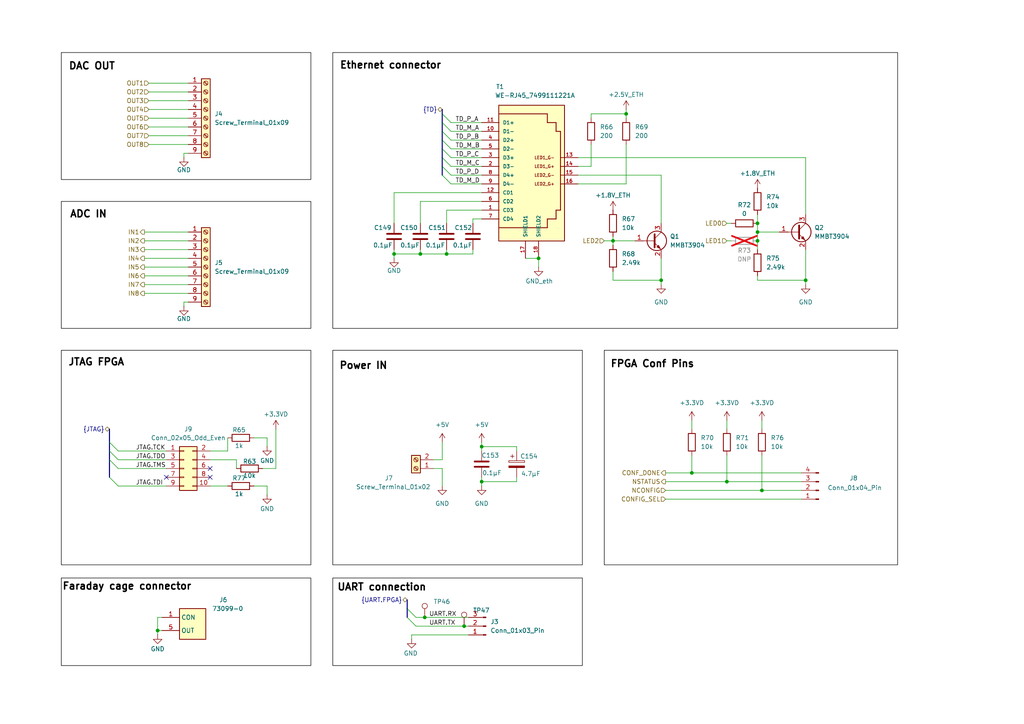
<source format=kicad_sch>
(kicad_sch (version 20250114) (generator "eeschema") (generator_version "9.0")
  (paper "A4")
  (lib_symbols
    (symbol "Connector:Conn_01x03_Pin" (pin_names (offset 1.016) (hide yes))
      (property "Reference" "J" (at 0 5.08 0))
      (property "Value" "Conn_01x03_Pin" (at 0 -5.08 0))
      (symbol "Conn_01x03_Pin_1_1"
        (rectangle (start 0.8636 2.667) (end 0 2.413) (stroke (width 0.1524)) (fill (type outline)))
        (rectangle (start 0.8636 0.127) (end 0 -0.127) (stroke (width 0.1524)) (fill (type outline)))
        (rectangle (start 0.8636 -2.413) (end 0 -2.667) (stroke (width 0.1524)) (fill (type outline)))
        (polyline (pts (xy 1.27 2.54) (xy 0.8636 2.54)) (stroke (width 0.1524)))
        (polyline (pts (xy 1.27 0) (xy 0.8636 0)) (stroke (width 0.1524)))
        (polyline (pts (xy 1.27 -2.54) (xy 0.8636 -2.54)) (stroke (width 0.1524)))
        (pin passive line (at 5.08 2.54 180) (length 3.81) (name "Pin_1") (number "1"))
        (pin passive line (at 5.08 0 180) (length 3.81) (name "Pin_2") (number "2"))
        (pin passive line (at 5.08 -2.54 180) (length 3.81) (name "Pin_3") (number "3"))
      )
    )
    (symbol "Connector:Conn_01x04_Pin" (pin_names (offset 1.016) (hide yes))
      (property "Reference" "J" (at 0 5.08 0))
      (property "Value" "Conn_01x04_Pin" (at 0 -7.62 0))
      (symbol "Conn_01x04_Pin_1_1"
        (rectangle (start 0.8636 2.667) (end 0 2.413) (stroke (width 0.1524)) (fill (type outline)))
        (rectangle (start 0.8636 0.127) (end 0 -0.127) (stroke (width 0.1524)) (fill (type outline)))
        (rectangle (start 0.8636 -2.413) (end 0 -2.667) (stroke (width 0.1524)) (fill (type outline)))
        (rectangle (start 0.8636 -4.953) (end 0 -5.207) (stroke (width 0.1524)) (fill (type outline)))
        (polyline (pts (xy 1.27 2.54) (xy 0.8636 2.54)) (stroke (width 0.1524)))
        (polyline (pts (xy 1.27 0) (xy 0.8636 0)) (stroke (width 0.1524)))
        (polyline (pts (xy 1.27 -2.54) (xy 0.8636 -2.54)) (stroke (width 0.1524)))
        (polyline (pts (xy 1.27 -5.08) (xy 0.8636 -5.08)) (stroke (width 0.1524)))
        (pin passive line (at 5.08 2.54 180) (length 3.81) (name "Pin_1") (number "1"))
        (pin passive line (at 5.08 0 180) (length 3.81) (name "Pin_2") (number "2"))
        (pin passive line (at 5.08 -2.54 180) (length 3.81) (name "Pin_3") (number "3"))
        (pin passive line (at 5.08 -5.08 180) (length 3.81) (name "Pin_4") (number "4"))
      )
    )
    (symbol "Connector:Screw_Terminal_01x02" (pin_names (offset 1.016) (hide yes))
      (property "Reference" "J6" (at 7.874 2.794 0))
      (property "Value" "Screw_Terminal_01x02" (at 6.604 5.334 0))
      (symbol "Screw_Terminal_01x02_1_1"
        (rectangle (start -1.27 1.27) (end 1.27 -3.81) (stroke (width 0.254)) (fill (type background)))
        (polyline (pts (xy -0.5334 0.3302) (xy 0.3302 -0.508)) (stroke (width 0.1524)))
        (polyline (pts (xy -0.5334 -2.2098) (xy 0.3302 -3.048)) (stroke (width 0.1524)))
        (polyline (pts (xy -0.3556 0.508) (xy 0.508 -0.3302)) (stroke (width 0.1524)))
        (polyline (pts (xy -0.3556 -2.032) (xy 0.508 -2.8702)) (stroke (width 0.1524)))
        (circle (center 0 0) (radius 0.635) (stroke (width 0.1524)))
        (circle (center 0 -2.54) (radius 0.635) (stroke (width 0.1524)))
        (pin power_out line (at -5.08 0 0) (length 3.81) (name "Pin_1") (number "1"))
        (pin power_out line (at -5.08 -2.54 0) (length 3.81) (name "Pin_2") (number "2"))
      )
    )
    (symbol "Connector:Screw_Terminal_01x09" (pin_names (offset 1.016) (hide yes))
      (property "Reference" "J" (at 0 12.7 0))
      (property "Value" "Screw_Terminal_01x09" (at 0 -12.7 0))
      (symbol "Screw_Terminal_01x09_1_1"
        (rectangle (start -1.27 11.43) (end 1.27 -11.43) (stroke (width 0.254)) (fill (type background)))
        (polyline (pts (xy -0.5334 10.4902) (xy 0.3302 9.652)) (stroke (width 0.1524)))
        (polyline (pts (xy -0.5334 7.9502) (xy 0.3302 7.112)) (stroke (width 0.1524)))
        (polyline (pts (xy -0.5334 5.4102) (xy 0.3302 4.572)) (stroke (width 0.1524)))
        (polyline (pts (xy -0.5334 2.8702) (xy 0.3302 2.032)) (stroke (width 0.1524)))
        (polyline (pts (xy -0.5334 0.3302) (xy 0.3302 -0.508)) (stroke (width 0.1524)))
        (polyline (pts (xy -0.5334 -2.2098) (xy 0.3302 -3.048)) (stroke (width 0.1524)))
        (polyline (pts (xy -0.5334 -4.7498) (xy 0.3302 -5.588)) (stroke (width 0.1524)))
        (polyline (pts (xy -0.5334 -7.2898) (xy 0.3302 -8.128)) (stroke (width 0.1524)))
        (polyline (pts (xy -0.5334 -9.8298) (xy 0.3302 -10.668)) (stroke (width 0.1524)))
        (polyline (pts (xy -0.3556 10.668) (xy 0.508 9.8298)) (stroke (width 0.1524)))
        (polyline (pts (xy -0.3556 8.128) (xy 0.508 7.2898)) (stroke (width 0.1524)))
        (polyline (pts (xy -0.3556 5.588) (xy 0.508 4.7498)) (stroke (width 0.1524)))
        (polyline (pts (xy -0.3556 3.048) (xy 0.508 2.2098)) (stroke (width 0.1524)))
        (polyline (pts (xy -0.3556 0.508) (xy 0.508 -0.3302)) (stroke (width 0.1524)))
        (polyline (pts (xy -0.3556 -2.032) (xy 0.508 -2.8702)) (stroke (width 0.1524)))
        (polyline (pts (xy -0.3556 -4.572) (xy 0.508 -5.4102)) (stroke (width 0.1524)))
        (polyline (pts (xy -0.3556 -7.112) (xy 0.508 -7.9502)) (stroke (width 0.1524)))
        (polyline (pts (xy -0.3556 -9.652) (xy 0.508 -10.4902)) (stroke (width 0.1524)))
        (circle (center 0 10.16) (radius 0.635) (stroke (width 0.1524)))
        (circle (center 0 7.62) (radius 0.635) (stroke (width 0.1524)))
        (circle (center 0 5.08) (radius 0.635) (stroke (width 0.1524)))
        (circle (center 0 2.54) (radius 0.635) (stroke (width 0.1524)))
        (circle (center 0 0) (radius 0.635) (stroke (width 0.1524)))
        (circle (center 0 -2.54) (radius 0.635) (stroke (width 0.1524)))
        (circle (center 0 -5.08) (radius 0.635) (stroke (width 0.1524)))
        (circle (center 0 -7.62) (radius 0.635) (stroke (width 0.1524)))
        (circle (center 0 -10.16) (radius 0.635) (stroke (width 0.1524)))
        (pin passive line (at -5.08 10.16 0) (length 3.81) (name "Pin_1") (number "1"))
        (pin passive line (at -5.08 7.62 0) (length 3.81) (name "Pin_2") (number "2"))
        (pin passive line (at -5.08 5.08 0) (length 3.81) (name "Pin_3") (number "3"))
        (pin passive line (at -5.08 2.54 0) (length 3.81) (name "Pin_4") (number "4"))
        (pin passive line (at -5.08 0 0) (length 3.81) (name "Pin_5") (number "5"))
        (pin passive line (at -5.08 -2.54 0) (length 3.81) (name "Pin_6") (number "6"))
        (pin passive line (at -5.08 -5.08 0) (length 3.81) (name "Pin_7") (number "7"))
        (pin passive line (at -5.08 -7.62 0) (length 3.81) (name "Pin_8") (number "8"))
        (pin passive line (at -5.08 -10.16 0) (length 3.81) (name "Pin_9") (number "9"))
      )
    )
    (symbol "Connector:TestPoint" (pin_numbers (hide yes)) (pin_names (offset 0.762) (hide yes))
      (property "Reference" "TP" (at 0 6.858 0))
      (property "Value" "TestPoint" (at 0 5.08 0))
      (symbol "TestPoint_0_1"
        (circle (center 0 3.302) (radius 0.762))
      )
      (symbol "TestPoint_1_1"
        (pin passive line (at 0 0 90) (length 2.54) (name "1") (number "1"))
      )
    )
    (symbol "Connector_Generic:Conn_02x05_Odd_Even" (pin_names (offset 1.016) (hide yes))
      (property "Reference" "J" (at 1.27 7.62 0))
      (property "Value" "Conn_02x05_Odd_Even" (at 1.27 -7.62 0))
      (symbol "Conn_02x05_Odd_Even_1_1"
        (rectangle (start -1.27 6.35) (end 3.81 -6.35) (stroke (width 0.254)) (fill (type background)))
        (rectangle (start -1.27 5.207) (end 0 4.953) (stroke (width 0.1524)))
        (rectangle (start -1.27 2.667) (end 0 2.413) (stroke (width 0.1524)))
        (rectangle (start -1.27 0.127) (end 0 -0.127) (stroke (width 0.1524)))
        (rectangle (start -1.27 -2.413) (end 0 -2.667) (stroke (width 0.1524)))
        (rectangle (start -1.27 -4.953) (end 0 -5.207) (stroke (width 0.1524)))
        (rectangle (start 3.81 5.207) (end 2.54 4.953) (stroke (width 0.1524)))
        (rectangle (start 3.81 2.667) (end 2.54 2.413) (stroke (width 0.1524)))
        (rectangle (start 3.81 0.127) (end 2.54 -0.127) (stroke (width 0.1524)))
        (rectangle (start 3.81 -2.413) (end 2.54 -2.667) (stroke (width 0.1524)))
        (rectangle (start 3.81 -4.953) (end 2.54 -5.207) (stroke (width 0.1524)))
        (pin passive line (at -5.08 5.08 0) (length 3.81) (name "Pin_1") (number "1"))
        (pin passive line (at -5.08 2.54 0) (length 3.81) (name "Pin_3") (number "3"))
        (pin passive line (at -5.08 0 0) (length 3.81) (name "Pin_5") (number "5"))
        (pin passive line (at -5.08 -2.54 0) (length 3.81) (name "Pin_7") (number "7"))
        (pin passive line (at -5.08 -5.08 0) (length 3.81) (name "Pin_9") (number "9"))
        (pin passive line (at 7.62 5.08 180) (length 3.81) (name "Pin_2") (number "2"))
        (pin passive line (at 7.62 2.54 180) (length 3.81) (name "Pin_4") (number "4"))
        (pin passive line (at 7.62 0 180) (length 3.81) (name "Pin_6") (number "6"))
        (pin passive line (at 7.62 -2.54 180) (length 3.81) (name "Pin_8") (number "8"))
        (pin passive line (at 7.62 -5.08 180) (length 3.81) (name "Pin_10") (number "10"))
      )
    )
    (symbol "Device:C" (pin_numbers (hide yes)) (pin_names (offset 0.254))
      (property "Reference" "C" (at 0.635 2.54 0))
      (property "Value" "C" (at 0.635 -2.54 0))
      (symbol "C_0_1"
        (polyline (pts (xy -2.032 0.762) (xy 2.032 0.762)) (stroke (width 0.508)))
        (polyline (pts (xy -2.032 -0.762) (xy 2.032 -0.762)) (stroke (width 0.508)))
      )
      (symbol "C_1_1"
        (pin passive line (at 0 3.81 270) (length 2.794) (name "~") (number "1"))
        (pin passive line (at 0 -3.81 90) (length 2.794) (name "~") (number "2"))
      )
    )
    (symbol "Device:C_Polarized" (pin_numbers (hide yes)) (pin_names (offset 0.254))
      (property "Reference" "C" (at 0.635 2.54 0))
      (property "Value" "C_Polarized" (at 0.635 -2.54 0))
      (symbol "C_Polarized_0_1"
        (rectangle (start -2.286 0.508) (end 2.286 1.016))
        (polyline (pts (xy -1.778 2.286) (xy -0.762 2.286)))
        (polyline (pts (xy -1.27 2.794) (xy -1.27 1.778)))
        (rectangle (start 2.286 -0.508) (end -2.286 -1.016) (fill (type outline)))
      )
      (symbol "C_Polarized_1_1"
        (pin passive line (at 0 3.81 270) (length 2.794) (name "~") (number "1"))
        (pin passive line (at 0 -3.81 90) (length 2.794) (name "~") (number "2"))
      )
    )
    (symbol "Device:R" (pin_numbers (hide yes)) (pin_names (offset 0))
      (property "Reference" "R" (at 2.032 0 90))
      (property "Value" "R" (at 0 0 90))
      (symbol "R_0_1"
        (rectangle (start -1.016 -2.54) (end 1.016 2.54) (stroke (width 0.254)))
      )
      (symbol "R_1_1"
        (pin passive line (at 0 3.81 270) (length 1.27) (name "~") (number "1"))
        (pin passive line (at 0 -3.81 90) (length 1.27) (name "~") (number "2"))
      )
    )
    (symbol "SamacSys_Parts:73099-0"
      (property "Reference" "J1" (at 17.78 5.08 0))
      (property "Value" "73099-0" (at 19.05 2.54 0))
      (symbol "73099-0_1_1"
        (rectangle (start 5.08 2.54) (end 12.7 -6.35) (stroke (width 0.254)) (fill (type background)))
        (pin passive line (at 0 0 0) (length 5.08) (name "CON") (number "1"))
        (pin passive line (at 0 0 0) (length 5.08) (hide yes) (name "2") (number "2"))
        (pin passive line (at 0 0 0) (length 5.08) (hide yes) (name "3") (number "3"))
        (pin passive line (at 0 0 0) (length 5.08) (hide yes) (name "4") (number "4"))
        (pin passive line (at 0 -3.81 0) (length 5.08) (name "OUT") (number "5"))
      )
    )
    (symbol "Transistor_BJT:MMBT3904" (pin_names (offset 0) (hide yes))
      (property "Reference" "Q" (at 5.08 1.905 0))
      (property "Value" "MMBT3904" (at 5.08 0 0))
      (symbol "MMBT3904_0_1"
        (polyline (pts (xy -2.54 0) (xy 0.635 0)))
        (polyline (pts (xy 0.635 1.905) (xy 0.635 -1.905)) (stroke (width 0.508)))
        (circle (center 1.27 0) (radius 2.8194) (stroke (width 0.254)))
      )
      (symbol "MMBT3904_1_1"
        (polyline (pts (xy 0.635 0.635) (xy 2.54 2.54)))
        (polyline (pts (xy 0.635 -0.635) (xy 2.54 -2.54)))
        (polyline (pts (xy 1.27 -1.778) (xy 1.778 -1.27) (xy 2.286 -2.286) (xy 1.27 -1.778)) (fill (type outline)))
        (pin input line (at -5.08 0 0) (length 2.54) (name "B") (number "1"))
        (pin passive line (at 2.54 5.08 270) (length 2.54) (name "C") (number "3"))
        (pin passive line (at 2.54 -5.08 90) (length 2.54) (name "E") (number "2"))
      )
    )
    (symbol "WE-RJ45_7499111221A:WE-RJ45_7499111221A" (pin_names (offset 1.016))
      (property "Reference" "T1" (at -7.366 25.654 0))
      (property "Value" "WE-RJ45_7499111221A" (at 2.794 23.114 0))
      (symbol "WE-RJ45_7499111221A_0_0"
        (rectangle (start -7.7295 20.2762) (end 11.3205 -19.0938) (stroke (width 0.254)) (fill (type background)))
        (polyline (pts (xy -7.62 17.78) (xy 6.35 17.78)) (stroke (width 0.254)))
        (polyline (pts (xy 6.35 17.78) (xy 6.35 15.24)) (stroke (width 0.254)))
        (polyline (pts (xy 6.35 15.24) (xy 8.89 15.24)) (stroke (width 0.254)))
        (polyline (pts (xy 6.35 -12.7) (xy 8.89 -12.7)) (stroke (width 0.254)))
        (polyline (pts (xy 6.35 -15.24) (xy -7.62 -15.24)) (stroke (width 0.254)))
        (polyline (pts (xy 6.35 -15.24) (xy 6.35 -12.7)) (stroke (width 0.254)))
        (polyline (pts (xy 8.89 15.24) (xy 8.89 12.7)) (stroke (width 0.254)))
        (polyline (pts (xy 8.89 12.7) (xy 10.16 12.7)) (stroke (width 0.254)))
        (polyline (pts (xy 8.89 -10.16) (xy 10.16 -10.16)) (stroke (width 0.254)))
        (polyline (pts (xy 8.89 -12.7) (xy 8.89 -10.16)) (stroke (width 0.254)))
        (polyline (pts (xy 10.16 12.7) (xy 10.16 -10.16)) (stroke (width 0.254)))
        (text "LED1_G-" (at 2.54 5.08 0) (effects (font (size 0.8636 0.8636)) (justify left)))
        (text "LED1_G+" (at 2.54 2.54 0) (effects (font (size 0.8636 0.8636)) (justify left)))
        (text "LED2_G-" (at 2.54 0 0) (effects (font (size 0.8636 0.8636)) (justify left)))
        (text "LED2_G+" (at 2.54 -2.54 0) (effects (font (size 0.8636 0.8636)) (justify left)))
        (pin passive line (at -12.7 15.24 0) (length 5.08) (name "D1+") (number "11"))
        (pin passive line (at -12.7 12.7 0) (length 5.08) (name "D1-") (number "10"))
        (pin passive line (at -12.7 10.16 0) (length 5.08) (name "D2+") (number "4"))
        (pin passive line (at -12.7 7.62 0) (length 5.08) (name "D2-") (number "5"))
        (pin passive line (at -12.7 5.08 0) (length 5.08) (name "D3+") (number "3"))
        (pin passive line (at -12.7 2.54 0) (length 5.08) (name "D3-") (number "2"))
        (pin passive line (at -12.7 0 0) (length 5.08) (name "D4+") (number "8"))
        (pin passive line (at -12.7 -2.54 0) (length 5.08) (name "D4-") (number "9"))
        (pin passive line (at -12.7 -5.08 0) (length 5.08) (name "CD1") (number "12"))
        (pin passive line (at -12.7 -7.62 0) (length 5.08) (name "CD2") (number "6"))
        (pin passive line (at -12.7 -10.16 0) (length 5.08) (name "CD3") (number "1"))
        (pin passive line (at -12.7 -12.7 0) (length 5.08) (name "CD4") (number "7"))
        (pin passive line (at 15.24 5.08 180) (length 5.08) (name "~") (number "13"))
        (pin passive line (at 15.24 2.54 180) (length 5.08) (name "~") (number "14"))
        (pin passive line (at 15.24 0 180) (length 5.08) (name "~") (number "15"))
        (pin passive line (at 15.24 -2.54 180) (length 5.08) (name "~") (number "16"))
      )
      (symbol "WE-RJ45_7499111221A_1_0"
        (pin passive line (at 0 -24.13 90) (length 5.08) (name "SHIELD1") (number "17"))
        (pin passive line (at 3.81 -24.13 90) (length 5.08) (name "SHIELD2") (number "18"))
      )
    )
    (symbol "power:+1V8" (power) (pin_numbers (hide yes)) (pin_names (offset 0) (hide yes))
      (property "Value" "+1V8" (at 0 3.556 0))
      (symbol "+1V8_0_1"
        (polyline (pts (xy -0.762 1.27) (xy 0 2.54)))
        (polyline (pts (xy 0 2.54) (xy 0.762 1.27)))
        (polyline (pts (xy 0 0) (xy 0 2.54)))
      )
      (symbol "+1V8_1_1"
        (pin power_in line (at 0 0 90) (length 0) (name "~") (number "1"))
      )
    )
    (symbol "power:+3.3V" (power) (pin_numbers (hide yes)) (pin_names (offset 0) (hide yes))
      (property "Value" "+3.3V" (at 0 3.556 0))
      (symbol "+3.3V_0_1"
        (polyline (pts (xy -0.762 1.27) (xy 0 2.54)))
        (polyline (pts (xy 0 2.54) (xy 0.762 1.27)))
        (polyline (pts (xy 0 0) (xy 0 2.54)))
      )
      (symbol "+3.3V_1_1"
        (pin power_in line (at 0 0 90) (length 0) (name "~") (number "1"))
      )
    )
    (symbol "power:+5V" (power) (pin_numbers (hide yes)) (pin_names (offset 0) (hide yes))
      (property "Value" "+5V" (at 0 3.556 0))
      (symbol "+5V_0_1"
        (polyline (pts (xy -0.762 1.27) (xy 0 2.54)))
        (polyline (pts (xy 0 2.54) (xy 0.762 1.27)))
        (polyline (pts (xy 0 0) (xy 0 2.54)))
      )
      (symbol "+5V_1_1"
        (pin power_in line (at 0 0 90) (length 0) (name "~") (number "1"))
      )
    )
    (symbol "power:GND" (power) (pin_numbers (hide yes)) (pin_names (offset 0) (hide yes))
      (property "Value" "GND" (at 0 -3.81 0))
      (symbol "GND_0_1"
        (polyline (pts (xy 0 0) (xy 0 -1.27) (xy 1.27 -1.27) (xy 0 -2.54) (xy -1.27 -1.27) (xy 0 -1.27)))
      )
      (symbol "GND_1_1"
        (pin power_in line (at 0 0 270) (length 0) (name "~") (number "1"))
      )
    )
  )
  (bus_alias "UART.FPGA" (members "UART.TX" "UART.RX"))
  (text "UART connection" (at 110.744 170.434 0) (effects (font (size 2.032 2.032) (thickness 0.4064) (bold yes))))
  (text "Faraday cage connector" (at 36.83 170.18 0) (effects (font (size 2.032 2.032) (thickness 0.4064) (bold yes))))
  (text "Ethernet connector" (at 113.284 19.05 0) (effects (font (size 2.032 2.032) (thickness 0.4064) (bold yes))))
  (text "ADC IN" (at 25.654 62.23 0) (effects (font (size 2.032 2.032) (thickness 0.4064) (bold yes))))
  (text "JTAG FPGA" (at 27.94 105.156 0) (effects (font (size 2.032 2.032) (thickness 0.4064) (bold yes))))
  (text "Power IN" (at 105.41 106.172 0) (effects (font (size 2.032 2.032) (thickness 0.4064) (bold yes))))
  (text "DAC OUT" (at 26.67 19.304 0) (effects (font (size 2.032 2.032) (thickness 0.4064) (bold yes))))
  (text "FPGA Conf Pins" (at 189.23 105.664 0) (effects (font (size 2.032 2.032) (thickness 0.4064) (bold yes))))
  (text_box "" (at 17.78 167.64 0) (size 72.39 25.4) (margins 0.9525 0.9525 0.9525 0.9525) (stroke (width 0) (color 0 0 0 1)) (effects (font (size 1.27 1.27)) (justify left top)))
  (text_box "" (at 17.78 15.24 0) (size 72.39 36.83) (margins 0.9525 0.9525 0.9525 0.9525) (stroke (width 0) (color 0 0 0 1)) (effects (font (size 1.27 1.27)) (justify left top)))
  (text_box "" (at 96.52 101.6 0) (size 72.39 62.23) (margins 0.9525 0.9525 0.9525 0.9525) (stroke (width 0) (color 0 0 0 1)) (effects (font (size 1.27 1.27)) (justify left top)))
  (text_box "" (at 17.78 58.42 0) (size 72.39 36.83) (margins 0.9525 0.9525 0.9525 0.9525) (stroke (width 0) (color 0 0 0 1)) (effects (font (size 1.27 1.27)) (justify left top)))
  (text_box "" (at 96.52 15.24 0) (size 163.83 80.01) (margins 0.9525 0.9525 0.9525 0.9525) (stroke (width 0) (color 0 0 0 1)) (effects (font (size 1.27 1.27)) (justify left top)))
  (text_box "" (at 175.26 101.6 0) (size 85.09 62.23) (margins 0.9525 0.9525 0.9525 0.9525) (stroke (width 0) (color 0 0 0 1)) (effects (font (size 1.27 1.27)) (justify left top)))
  (text_box "" (at 96.52 167.64 0) (size 72.39 25.4) (margins 0.9525 0.9525 0.9525 0.9525) (stroke (width 0) (color 0 0 0 1)) (effects (font (size 1.27 1.27)) (justify left top)))
  (text_box "" (at 17.78 101.6 0) (size 72.39 62.23) (margins 0.9525 0.9525 0.9525 0.9525) (stroke (width 0) (color 0 0 0 1)) (effects (font (size 1.27 1.27)) (justify left top)))
  (junction (at 219.71 69.85))
  (junction (at 191.77 81.28))
  (junction (at 114.3 73.66))
  (junction (at 200.66 137.16))
  (junction (at 219.71 67.31))
  (junction (at 123.19 179.07))
  (junction (at 219.71 64.77))
  (junction (at 139.7 139.7))
  (junction (at 210.82 139.7))
  (junction (at 139.7 129.54))
  (junction (at 134.62 181.61))
  (junction (at 220.98 142.24))
  (junction (at 181.61 33.02))
  (junction (at 121.92 73.66))
  (junction (at 177.8 69.85))
  (junction (at 156.21 74.93))
  (junction (at 129.54 73.66))
  (junction (at 233.68 81.28))
  (junction (at 45.72 182.88))
  (no_connect (at 60.96 138.43))
  (no_connect (at 48.26 138.43))
  (no_connect (at 60.96 135.89))
  (bus_entry (at 128.27 35.56) (size 2.54 2.54))
  (bus_entry (at 128.27 50.8) (size 2.54 2.54))
  (bus_entry (at 34.29 135.89) (size -2.54 -2.54))
  (bus_entry (at 120.65 181.61) (size -2.54 -2.54))
  (bus_entry (at 34.29 130.81) (size -2.54 -2.54))
  (bus_entry (at 120.65 179.07) (size -2.54 -2.54))
  (bus_entry (at 128.27 38.1) (size 2.54 2.54))
  (bus_entry (at 34.29 140.97) (size -2.54 -2.54))
  (bus_entry (at 128.27 48.26) (size 2.54 2.54))
  (bus_entry (at 128.27 45.72) (size 2.54 2.54))
  (bus_entry (at 34.29 133.35) (size -2.54 -2.54))
  (bus_entry (at 128.27 33.02) (size 2.54 2.54))
  (bus_entry (at 128.27 40.64) (size 2.54 2.54))
  (bus_entry (at 128.27 43.18) (size 2.54 2.54))
  (wire (pts (xy 130.81 48.26) (xy 139.7 48.26)))
  (wire (pts (xy 167.64 50.8) (xy 191.77 50.8)))
  (wire (pts (xy 41.91 85.09) (xy 54.61 85.09)))
  (wire (pts (xy 220.98 142.24) (xy 232.41 142.24)))
  (wire (pts (xy 171.45 33.02) (xy 181.61 33.02)))
  (wire (pts (xy 77.47 129.54) (xy 77.47 127)))
  (wire (pts (xy 200.66 121.92) (xy 200.66 124.46)))
  (wire (pts (xy 130.81 45.72) (xy 139.7 45.72)))
  (wire (pts (xy 54.61 34.29) (xy 43.18 34.29)))
  (wire (pts (xy 121.92 73.66) (xy 129.54 73.66)))
  (wire (pts (xy 41.91 77.47) (xy 54.61 77.47)))
  (wire (pts (xy 181.61 53.34) (xy 167.64 53.34)))
  (wire (pts (xy 177.8 81.28) (xy 191.77 81.28)))
  (wire (pts (xy 193.04 137.16) (xy 200.66 137.16)))
  (wire (pts (xy 34.29 130.81) (xy 48.26 130.81)))
  (wire (pts (xy 219.71 67.31) (xy 226.06 67.31)))
  (wire (pts (xy 77.47 140.97) (xy 73.66 140.97)))
  (wire (pts (xy 76.2 135.89) (xy 80.01 135.89)))
  (bus (pts (xy 128.27 43.18) (xy 128.27 45.72)))
  (wire (pts (xy 139.7 140.97) (xy 139.7 139.7)))
  (wire (pts (xy 156.21 74.93) (xy 156.21 77.47)))
  (wire (pts (xy 171.45 41.91) (xy 171.45 48.26)))
  (wire (pts (xy 46.99 182.88) (xy 45.72 182.88)))
  (wire (pts (xy 125.73 133.35) (xy 128.27 133.35)))
  (wire (pts (xy 43.18 36.83) (xy 54.61 36.83)))
  (wire (pts (xy 130.81 43.18) (xy 139.7 43.18)))
  (wire (pts (xy 220.98 121.92) (xy 220.98 124.46)))
  (wire (pts (xy 219.71 67.31) (xy 219.71 69.85)))
  (wire (pts (xy 129.54 73.66) (xy 137.16 73.66)))
  (wire (pts (xy 129.54 60.96) (xy 139.7 60.96)))
  (wire (pts (xy 139.7 139.7) (xy 139.7 138.43)))
  (bus (pts (xy 128.27 40.64) (xy 128.27 43.18)))
  (wire (pts (xy 43.18 41.91) (xy 54.61 41.91)))
  (wire (pts (xy 219.71 81.28) (xy 219.71 80.01)))
  (wire (pts (xy 41.91 74.93) (xy 54.61 74.93)))
  (wire (pts (xy 130.81 35.56) (xy 139.7 35.56)))
  (wire (pts (xy 43.18 39.37) (xy 54.61 39.37)))
  (bus (pts (xy 31.75 133.35) (xy 31.75 138.43)))
  (bus (pts (xy 31.75 128.27) (xy 31.75 130.81)))
  (wire (pts (xy 177.8 69.85) (xy 184.15 69.85)))
  (wire (pts (xy 139.7 63.5) (xy 137.16 63.5)))
  (bus (pts (xy 128.27 48.26) (xy 128.27 50.8)))
  (wire (pts (xy 53.34 87.63) (xy 53.34 88.9)))
  (wire (pts (xy 130.81 40.64) (xy 139.7 40.64)))
  (wire (pts (xy 129.54 60.96) (xy 129.54 64.77)))
  (bus (pts (xy 31.75 124.46) (xy 31.75 128.27)))
  (wire (pts (xy 120.65 181.61) (xy 134.62 181.61)))
  (wire (pts (xy 66.04 127) (xy 66.04 130.81)))
  (wire (pts (xy 60.96 140.97) (xy 66.04 140.97)))
  (wire (pts (xy 77.47 143.51) (xy 77.47 140.97)))
  (wire (pts (xy 130.81 53.34) (xy 139.7 53.34)))
  (wire (pts (xy 177.8 69.85) (xy 177.8 71.12)))
  (wire (pts (xy 114.3 73.66) (xy 114.3 72.39)))
  (wire (pts (xy 119.38 185.42) (xy 119.38 184.15)))
  (bus (pts (xy 31.75 130.81) (xy 31.75 133.35)))
  (wire (pts (xy 41.91 69.85) (xy 54.61 69.85)))
  (wire (pts (xy 191.77 82.55) (xy 191.77 81.28)))
  (wire (pts (xy 134.62 181.61) (xy 135.89 181.61)))
  (wire (pts (xy 193.04 139.7) (xy 210.82 139.7)))
  (wire (pts (xy 80.01 124.46) (xy 80.01 135.89)))
  (wire (pts (xy 53.34 87.63) (xy 54.61 87.63)))
  (bus (pts (xy 128.27 45.72) (xy 128.27 48.26)))
  (wire (pts (xy 114.3 55.88) (xy 139.7 55.88)))
  (wire (pts (xy 139.7 128.27) (xy 139.7 129.54)))
  (wire (pts (xy 149.86 130.81) (xy 149.86 129.54)))
  (wire (pts (xy 120.65 179.07) (xy 123.19 179.07)))
  (wire (pts (xy 171.45 48.26) (xy 167.64 48.26)))
  (wire (pts (xy 220.98 132.08) (xy 220.98 142.24)))
  (wire (pts (xy 181.61 41.91) (xy 181.61 53.34)))
  (wire (pts (xy 123.19 179.07) (xy 135.89 179.07)))
  (wire (pts (xy 41.91 67.31) (xy 54.61 67.31)))
  (wire (pts (xy 130.81 50.8) (xy 139.7 50.8)))
  (wire (pts (xy 233.68 82.55) (xy 233.68 81.28)))
  (wire (pts (xy 175.26 69.85) (xy 177.8 69.85)))
  (wire (pts (xy 210.82 121.92) (xy 210.82 124.46)))
  (wire (pts (xy 152.4 74.93) (xy 156.21 74.93)))
  (wire (pts (xy 167.64 45.72) (xy 233.68 45.72)))
  (wire (pts (xy 48.26 140.97) (xy 34.29 140.97)))
  (wire (pts (xy 54.61 44.45) (xy 53.34 44.45)))
  (bus (pts (xy 118.11 173.99) (xy 118.11 176.53)))
  (wire (pts (xy 130.81 38.1) (xy 139.7 38.1)))
  (wire (pts (xy 171.45 33.02) (xy 171.45 34.29)))
  (wire (pts (xy 66.04 130.81) (xy 60.96 130.81)))
  (wire (pts (xy 137.16 73.66) (xy 137.16 72.39)))
  (wire (pts (xy 45.72 179.07) (xy 45.72 182.88)))
  (wire (pts (xy 219.71 81.28) (xy 233.68 81.28)))
  (wire (pts (xy 125.73 135.89) (xy 128.27 135.89)))
  (wire (pts (xy 149.86 138.43) (xy 149.86 139.7)))
  (wire (pts (xy 191.77 81.28) (xy 191.77 74.93)))
  (wire (pts (xy 114.3 73.66) (xy 121.92 73.66)))
  (wire (pts (xy 200.66 137.16) (xy 232.41 137.16)))
  (wire (pts (xy 139.7 129.54) (xy 139.7 130.81)))
  (wire (pts (xy 233.68 81.28) (xy 233.68 72.39)))
  (wire (pts (xy 137.16 63.5) (xy 137.16 64.77)))
  (wire (pts (xy 68.58 133.35) (xy 68.58 135.89)))
  (wire (pts (xy 43.18 31.75) (xy 54.61 31.75)))
  (wire (pts (xy 121.92 58.42) (xy 139.7 58.42)))
  (bus (pts (xy 128.27 35.56) (xy 128.27 38.1)))
  (wire (pts (xy 43.18 24.13) (xy 54.61 24.13)))
  (bus (pts (xy 128.27 38.1) (xy 128.27 40.64)))
  (wire (pts (xy 210.82 64.77) (xy 212.09 64.77)))
  (wire (pts (xy 191.77 50.8) (xy 191.77 64.77)))
  (bus (pts (xy 118.11 176.53) (xy 118.11 179.07)))
  (wire (pts (xy 210.82 69.85) (xy 212.09 69.85)))
  (wire (pts (xy 41.91 80.01) (xy 54.61 80.01)))
  (wire (pts (xy 219.71 69.85) (xy 219.71 72.39)))
  (wire (pts (xy 181.61 31.75) (xy 181.61 33.02)))
  (wire (pts (xy 45.72 182.88) (xy 45.72 184.15)))
  (wire (pts (xy 77.47 127) (xy 73.66 127)))
  (wire (pts (xy 210.82 139.7) (xy 232.41 139.7)))
  (wire (pts (xy 114.3 74.93) (xy 114.3 73.66)))
  (wire (pts (xy 177.8 81.28) (xy 177.8 78.74)))
  (wire (pts (xy 60.96 133.35) (xy 68.58 133.35)))
  (wire (pts (xy 210.82 132.08) (xy 210.82 139.7)))
  (wire (pts (xy 219.71 62.23) (xy 219.71 64.77)))
  (wire (pts (xy 43.18 29.21) (xy 54.61 29.21)))
  (wire (pts (xy 46.99 179.07) (xy 45.72 179.07)))
  (wire (pts (xy 48.26 135.89) (xy 34.29 135.89)))
  (wire (pts (xy 128.27 133.35) (xy 128.27 128.27)))
  (wire (pts (xy 149.86 129.54) (xy 139.7 129.54)))
  (wire (pts (xy 200.66 132.08) (xy 200.66 137.16)))
  (wire (pts (xy 121.92 58.42) (xy 121.92 64.77)))
  (wire (pts (xy 119.38 184.15) (xy 135.89 184.15)))
  (wire (pts (xy 41.91 72.39) (xy 54.61 72.39)))
  (wire (pts (xy 193.04 144.78) (xy 232.41 144.78)))
  (bus (pts (xy 128.27 33.02) (xy 128.27 35.56)))
  (wire (pts (xy 41.91 82.55) (xy 54.61 82.55)))
  (wire (pts (xy 193.04 142.24) (xy 220.98 142.24)))
  (wire (pts (xy 114.3 55.88) (xy 114.3 64.77)))
  (bus (pts (xy 128.27 31.75) (xy 128.27 33.02)))
  (wire (pts (xy 121.92 73.66) (xy 121.92 72.39)))
  (wire (pts (xy 181.61 33.02) (xy 181.61 34.29)))
  (wire (pts (xy 43.18 26.67) (xy 54.61 26.67)))
  (wire (pts (xy 34.29 133.35) (xy 48.26 133.35)))
  (wire (pts (xy 177.8 68.58) (xy 177.8 69.85)))
  (wire (pts (xy 219.71 64.77) (xy 219.71 67.31)))
  (wire (pts (xy 53.34 44.45) (xy 53.34 45.72)))
  (wire (pts (xy 149.86 139.7) (xy 139.7 139.7)))
  (wire (pts (xy 129.54 73.66) (xy 129.54 72.39)))
  (wire (pts (xy 233.68 45.72) (xy 233.68 62.23)))
  (wire (pts (xy 128.27 135.89) (xy 128.27 140.97)))
  (label "TD_P_A" (at 132.08 35.56 0))
  (label "TD_M_A" (at 132.08 38.1 0))
  (label "TD_P_D" (at 132.08 50.8 0))
  (label "JTAG.TDO" (at 39.37 133.35 0))
  (label "UART.TX" (at 124.46 181.61 0))
  (label "TD_M_C" (at 132.08 48.26 0))
  (label "JTAG.TDI" (at 39.37 140.97 0))
  (label "JTAG.TMS" (at 39.37 135.89 0))
  (label "UART.RX" (at 124.46 179.07 0))
  (label "TD_P_B" (at 132.08 40.64 0))
  (label "JTAG.TCK" (at 39.37 130.81 0))
  (label "TD_P_C" (at 132.08 45.72 0))
  (label "TD_M_D" (at 132.08 53.34 0))
  (label "TD_M_B" (at 132.08 43.18 0))
  (hierarchical_label "LED2" (shape input) (at 175.26 69.85 180))
  (hierarchical_label "IN5" (shape output) (at 41.91 77.47 180))
  (hierarchical_label "CONFIG_SEL" (shape input) (at 193.04 144.78 180))
  (hierarchical_label "OUT2" (shape input) (at 43.18 26.67 180))
  (hierarchical_label "OUT6" (shape input) (at 43.18 36.83 180))
  (hierarchical_label "OUT7" (shape input) (at 43.18 39.37 180))
  (hierarchical_label "LED1" (shape input) (at 210.82 69.85 180))
  (hierarchical_label "IN8" (shape output) (at 41.91 85.09 180))
  (hierarchical_label "IN7" (shape output) (at 41.91 82.55 180))
  (hierarchical_label "OUT8" (shape input) (at 43.18 41.91 180))
  (hierarchical_label "OUT1" (shape input) (at 43.18 24.13 180))
  (hierarchical_label "{UART.FPGA}" (shape bidirectional) (at 118.11 173.99 180))
  (hierarchical_label "OUT4" (shape input) (at 43.18 31.75 180))
  (hierarchical_label "NCONFIG" (shape input) (at 193.04 142.24 180))
  (hierarchical_label "{TD}" (shape bidirectional) (at 128.27 31.75 180))
  (hierarchical_label "{JTAG}" (shape bidirectional) (at 31.75 124.46 180))
  (hierarchical_label "IN4" (shape output) (at 41.91 74.93 180))
  (hierarchical_label "NSTATUS" (shape output) (at 193.04 139.7 180))
  (hierarchical_label "LED0" (shape input) (at 210.82 64.77 180))
  (hierarchical_label "IN2" (shape output) (at 41.91 69.85 180))
  (hierarchical_label "CONF_DONE" (shape output) (at 193.04 137.16 180))
  (hierarchical_label "OUT5" (shape input) (at 43.18 34.29 180))
  (hierarchical_label "IN1" (shape output) (at 41.91 67.31 180))
  (hierarchical_label "IN6" (shape output) (at 41.91 80.01 180))
  (hierarchical_label "OUT3" (shape input) (at 43.18 29.21 180))
  (hierarchical_label "IN3" (shape output) (at 41.91 72.39 180))
  (symbol (lib_id "Connector:Screw_Terminal_01x09") (at 59.69 34.29 0) (unit 1)
    (property "Reference" "J4" (at 62.23 33.0199 0) (effects (justify left)))
    (property "Value" "Screw_Terminal_01x09" (at 62.23 35.5599 0) (effects (justify left)))
    (property "Footprint" "TerminalBlock_Phoenix:TerminalBlock_Phoenix_MKDS-1,5-9-5.08_1x09_P5.08mm_Horizontal" (effects (hide yes)))
    (property "Description" "Generic screw terminal, single row, 01x09, script generated (kicad-library-utils/schlib/autogen/connector/)" (effects (hide yes)))
  )
  (symbol (lib_id "Device:C") (at 139.7 134.62 180) (unit 1)
    (property "Reference" "C153" (at 144.78 132.08 0) (effects (justify left)))
    (property "Value" "0.1µF" (at 145.5269 137.1633 0) (effects (justify left)))
    (property "Footprint" "Capacitor_SMD:C_0402_1005Metric" (effects (hide yes)))
    (property "Fab Reference" "GPC0603225-10-X7R" (effects (hide yes)))
    (property "Footprint Revised" "Yes" (effects (hide yes)))
  )
  (symbol (lib_id "Device:C") (at 121.92 68.58 0) (unit 1)
    (property "Reference" "C150" (at 116.078 66.04 0) (effects (justify left)))
    (property "Value" "0.1µF" (at 116.078 71.12 0) (effects (justify left)))
    (property "Footprint" "Capacitor_SMD:C_0402_1005Metric" (effects (hide yes)))
    (property "Description" "Unpolarized capacitor" (effects (hide yes)))
  )
  (symbol (lib_id "Device:R") (at 69.85 140.97 90) (unit 1)
    (property "Reference" "R77" (at 69.342 138.684 90))
    (property "Value" "1k" (at 69.342 143.256 90))
    (property "Footprint" "Resistor_SMD:R_0603_1608Metric" (effects (hide yes)))
    (property "Description" "Resistor" (effects (hide yes)))
  )
  (symbol (lib_id "power:+1V8") (at 177.8 60.96 0) (unit 1)
    (property "Reference" "#PWR0197" (effects (hide yes)))
    (property "Value" "+1.8V_ETH" (at 177.8 56.642 0))
    (property "Description" "Power symbol creates a global label with name \"+1V8\"" (effects (hide yes)))
  )
  (symbol (lib_id "Device:R") (at 69.85 127 90) (unit 1)
    (property "Reference" "R65" (at 69.342 124.714 90))
    (property "Value" "1k" (at 69.342 129.286 90))
    (property "Footprint" "Resistor_SMD:R_0603_1608Metric" (effects (hide yes)))
    (property "Description" "Resistor" (effects (hide yes)))
  )
  (symbol (lib_id "SamacSys_Parts:73099-0") (at 46.99 179.07 0) (unit 1)
    (property "Reference" "J6" (at 64.77 173.99 0))
    (property "Value" "73099-0" (at 66.04 176.53 0))
    (property "Footprint" "SamacSys_Parts:730990" (effects (hide yes)))
    (property "Datasheet" "http://assets.edgenet.com/bc247afe-c6d3-4b5e-af4b-80e7f9cda64b" (effects (hide yes)))
    (property "Description" "Test Plugs & Test Jacks RT ANG 4mm MOUNTING SAFETY JACK PCB BLK" (effects (hide yes)))
    (property "Height" "11.5" (effects (hide yes)))
    (property "Manufacturer_Name" "Pomona Electronics" (effects (hide yes)))
    (property "Manufacturer_Part_Number" "73099-0" (effects (hide yes)))
    (property "Mouser Part Number" "565-73099-0" (effects (hide yes)))
    (property "Mouser Price/Stock" "https://www.mouser.co.uk/ProductDetail/Pomona-Electronics/73099-0?qs=B6kkDfuK7%2FDgwxUVoyhL3Q%3D%3D" (effects (hide yes)))
    (property "Arrow Part Number" "73099-0" (effects (hide yes)))
    (property "Arrow Price/Stock" "https://www.arrow.com/en/products/73099-0/pomona-electronics?region=nac" (effects (hide yes)))
  )
  (symbol (lib_id "power:+3.3V") (at 210.82 121.92 0) (unit 1)
    (property "Reference" "#PWR0201" (effects (hide yes)))
    (property "Value" "+3.3VD" (at 210.82 116.84 0))
    (property "Description" "Power symbol creates a global label with name \"+3.3V\"" (effects (hide yes)))
  )
  (symbol (lib_id "Device:C") (at 137.16 68.58 0) (unit 1)
    (property "Reference" "C152" (at 131.826 66.04 0) (effects (justify left)))
    (property "Value" "0.1µF" (at 131.318 71.12 0) (effects (justify left)))
    (property "Footprint" "Capacitor_SMD:C_0402_1005Metric" (effects (hide yes)))
    (property "Description" "Unpolarized capacitor" (effects (hide yes)))
  )
  (symbol (lib_id "Connector:TestPoint") (at 134.62 181.61 0) (unit 1)
    (property "Reference" "TP47" (at 137.16 177.0379 0) (effects (justify left)))
    (property "Value" "TestPoint" (effects (hide yes)))
    (property "Footprint" "TestPoint:TestPoint_Keystone_5000-5004_Miniature" (effects (hide yes)))
    (property "Description" "test point" (effects (hide yes)))
  )
  (symbol (lib_id "Connector:TestPoint") (at 123.19 179.07 0) (unit 1)
    (property "Reference" "TP46" (at 125.73 174.4979 0) (effects (justify left)))
    (property "Value" "TestPoint" (effects (hide yes)))
    (property "Footprint" "TestPoint:TestPoint_Keystone_5000-5004_Miniature" (effects (hide yes)))
    (property "Description" "test point" (effects (hide yes)))
  )
  (symbol (lib_id "power:GND") (at 114.3 74.93 0) (unit 1)
    (property "Reference" "#PWR0191" (effects (hide yes)))
    (property "Value" "GND" (at 114.3 78.486 0))
    (property "Description" "Power symbol creates a global label with name \"GND\" , ground" (effects (hide yes)))
  )
  (symbol (lib_id "Device:C_Polarized") (at 149.86 134.62 0) (unit 1)
    (property "Reference" "C154" (at 150.876 132.334 0) (effects (justify left)))
    (property "Value" "4.7µF" (at 151.13 137.414 0) (effects (justify left)))
    (property "Footprint" "Capacitor_SMD:C_0603_1608Metric" (effects (hide yes)))
    (property "Description" "Polarized capacitor" (effects (hide yes)))
  )
  (symbol (lib_id "power:GND") (at 119.38 185.42 0) (unit 1)
    (property "Reference" "#PWR0206" (effects (hide yes)))
    (property "Value" "GND" (at 119.126 189.484 0))
    (property "Description" "Power symbol creates a global label with name \"GND\" , ground" (effects (hide yes)))
  )
  (symbol (lib_id "Transistor_BJT:MMBT3904") (at 231.14 67.31 0) (unit 1)
    (property "Reference" "Q2" (at 236.22 66.0399 0) (effects (justify left)))
    (property "Value" "MMBT3904" (at 236.22 68.5799 0) (effects (justify left)))
    (property "Footprint" "Package_TO_SOT_SMD:SOT-23" (effects (hide yes)))
    (property "Datasheet" "https://www.onsemi.com/pdf/datasheet/pzt3904-d.pdf" (effects (hide yes)))
    (property "Description" "0.2A Ic, 40V Vce, Small Signal NPN Transistor, SOT-23" (effects (hide yes)))
  )
  (symbol (lib_id "power:GND") (at 139.7 140.97 0) (unit 1)
    (property "Reference" "#PWR0195" (effects (hide yes)))
    (property "Value" "GND" (at 139.7 146.05 0))
  )
  (symbol (lib_id "power:GND") (at 53.34 88.9 0) (unit 1)
    (property "Reference" "#PWR0187" (effects (hide yes)))
    (property "Value" "GND" (at 53.34 92.456 0))
    (property "Description" "Power symbol creates a global label with name \"GND\" , ground" (effects (hide yes)))
  )
  (symbol (lib_id "Connector_Generic:Conn_02x05_Odd_Even") (at 53.34 135.89 0) (unit 1)
    (property "Reference" "J9" (at 54.61 124.46 0))
    (property "Value" "Conn_02x05_Odd_Even" (at 54.61 127 0))
    (property "Footprint" "Connector_PinHeader_2.54mm:PinHeader_2x05_P2.54mm_Vertical" (effects (hide yes)))
    (property "Description" "Generic connector, double row, 02x05, odd/even pin numbering scheme (row 1 odd numbers, row 2 even numbers), script generated (kicad-library-utils/schlib/autogen/connector/)" (effects (hide yes)))
  )
  (symbol (lib_id "power:+1V8") (at 219.71 54.61 0) (unit 1)
    (property "Reference" "#PWR0202" (effects (hide yes)))
    (property "Value" "+1.8V_ETH" (at 219.71 50.292 0))
    (property "Description" "Power symbol creates a global label with name \"+1V8\"" (effects (hide yes)))
  )
  (symbol (lib_id "power:+3.3V") (at 220.98 121.92 0) (unit 1)
    (property "Reference" "#PWR0203" (effects (hide yes)))
    (property "Value" "+3.3VD" (at 220.98 116.84 0))
    (property "Description" "Power symbol creates a global label with name \"+3.3V\"" (effects (hide yes)))
  )
  (symbol (lib_id "Transistor_BJT:MMBT3904") (at 189.23 69.85 0) (unit 1)
    (property "Reference" "Q1" (at 194.31 68.5799 0) (effects (justify left)))
    (property "Value" "MMBT3904" (at 194.31 71.1199 0) (effects (justify left)))
    (property "Footprint" "Package_TO_SOT_SMD:SOT-23" (effects (hide yes)))
    (property "Datasheet" "https://www.onsemi.com/pdf/datasheet/pzt3904-d.pdf" (effects (hide yes)))
    (property "Description" "0.2A Ic, 40V Vce, Small Signal NPN Transistor, SOT-23" (effects (hide yes)))
  )
  (symbol (lib_id "power:GND") (at 191.77 82.55 0) (unit 1)
    (property "Reference" "#PWR0199" (effects (hide yes)))
    (property "Value" "GND" (at 191.77 87.63 0))
    (property "Description" "Power symbol creates a global label with name \"GND\" , ground" (effects (hide yes)))
  )
  (symbol (lib_id "Device:R") (at 171.45 38.1 0) (unit 1)
    (property "Reference" "R66" (at 173.99 36.8299 0) (effects (justify left)))
    (property "Value" "200" (at 173.99 39.3699 0) (effects (justify left)))
    (property "Footprint" "Resistor_SMD:R_0603_1608Metric" (effects (hide yes)))
    (property "Description" "Resistor" (effects (hide yes)))
  )
  (symbol (lib_id "power:+3.3V") (at 80.01 124.46 0) (unit 1)
    (property "Reference" "#PWR0188" (effects (hide yes)))
    (property "Value" "+3.3VD" (at 80.01 120.142 0))
    (property "Description" "Power symbol creates a global label with name \"+3.3V\"" (effects (hide yes)))
  )
  (symbol (lib_id "power:+1V8") (at 181.61 31.75 0) (unit 1)
    (property "Reference" "#PWR0198" (effects (hide yes)))
    (property "Value" "+2.5V_ETH" (at 181.61 27.432 0))
    (property "Description" "Power symbol creates a global label with name \"+1V8\"" (effects (hide yes)))
  )
  (symbol (lib_id "Device:R") (at 219.71 58.42 0) (unit 1)
    (property "Reference" "R74" (at 222.25 57.1499 0) (effects (justify left)))
    (property "Value" "10k" (at 222.25 59.6899 0) (effects (justify left)))
    (property "Footprint" "Resistor_SMD:R_0603_1608Metric" (effects (hide yes)))
    (property "Description" "Resistor" (effects (hide yes)))
  )
  (symbol (lib_id "Device:C") (at 114.3 68.58 0) (unit 1)
    (property "Reference" "C149" (at 108.458 66.04 0) (effects (justify left)))
    (property "Value" "0.1µF" (at 108.204 71.12 0) (effects (justify left)))
    (property "Footprint" "Capacitor_SMD:C_0402_1005Metric" (effects (hide yes)))
    (property "Description" "Unpolarized capacitor" (effects (hide yes)))
  )
  (symbol (lib_id "Device:C") (at 129.54 68.58 0) (unit 1)
    (property "Reference" "C151" (at 124.206 66.04 0) (effects (justify left)))
    (property "Value" "0.1µF" (at 123.444 71.12 0) (effects (justify left)))
    (property "Footprint" "Capacitor_SMD:C_0402_1005Metric" (effects (hide yes)))
    (property "Description" "Unpolarized capacitor" (effects (hide yes)))
  )
  (symbol (lib_id "power:GND") (at 233.68 82.55 0) (unit 1)
    (property "Reference" "#PWR0204" (effects (hide yes)))
    (property "Value" "GND" (at 233.68 87.63 0))
    (property "Description" "Power symbol creates a global label with name \"GND\" , ground" (effects (hide yes)))
  )
  (symbol (lib_id "power:+5V") (at 128.27 128.27 0) (unit 1)
    (property "Reference" "#PWR0192" (effects (hide yes)))
    (property "Value" "+5V" (at 128.27 123.19 0))
    (property "Description" "Power symbol creates a global label with name \"+5V\"" (effects (hide yes)))
  )
  (symbol (lib_id "power:GND") (at 53.34 45.72 0) (unit 1)
    (property "Reference" "#PWR0186" (effects (hide yes)))
    (property "Value" "GND" (at 53.34 49.276 0))
    (property "Description" "Power symbol creates a global label with name \"GND\" , ground" (effects (hide yes)))
  )
  (symbol (lib_id "power:GND") (at 77.47 129.54 0) (unit 1)
    (property "Reference" "#PWR0189" (effects (hide yes)))
    (property "Value" "GND" (at 77.47 133.604 0))
    (property "Description" "Power symbol creates a global label with name \"GND\" , ground" (effects (hide yes)))
  )
  (symbol (lib_id "Connector:Screw_Terminal_01x09") (at 59.69 77.47 0) (unit 1)
    (property "Reference" "J5" (at 62.23 76.1999 0) (effects (justify left)))
    (property "Value" "Screw_Terminal_01x09" (at 62.23 78.7399 0) (effects (justify left)))
    (property "Footprint" "TerminalBlock_Phoenix:TerminalBlock_Phoenix_MKDS-1,5-9-5.08_1x09_P5.08mm_Horizontal" (effects (hide yes)))
    (property "Description" "Generic screw terminal, single row, 01x09, script generated (kicad-library-utils/schlib/autogen/connector/)" (effects (hide yes)))
  )
  (symbol (lib_id "Device:R") (at 181.61 38.1 0) (unit 1)
    (property "Reference" "R69" (at 184.15 36.8299 0) (effects (justify left)))
    (property "Value" "200" (at 184.15 39.3699 0) (effects (justify left)))
    (property "Footprint" "Resistor_SMD:R_0603_1608Metric" (effects (hide yes)))
    (property "Description" "Resistor" (effects (hide yes)))
  )
  (symbol (lib_id "Device:R") (at 215.9 64.77 90) (unit 1)
    (property "Reference" "R72" (at 215.9 59.436 90))
    (property "Value" "0" (at 215.9 61.976 90))
    (property "Footprint" "Resistor_SMD:R_0603_1608Metric" (effects (hide yes)))
    (property "Description" "Resistor" (effects (hide yes)))
  )
  (symbol (lib_id "Connector:Screw_Terminal_01x02") (at 120.65 135.89 180) (unit 1)
    (property "Reference" "J7" (at 112.776 138.684 0))
    (property "Value" "Screw_Terminal_01x02" (at 114.046 141.224 0))
    (property "Footprint" "TerminalBlock_Phoenix:TerminalBlock_Phoenix_MKDS-1,5-2-5.08_1x02_P5.08mm_Horizontal" (effects (hide yes)))
    (property "Description" "Generic screw terminal, single row, 01x02, script generated (kicad-library-utils/schlib/autogen/connector/)" (effects (hide yes)))
  )
  (symbol (lib_id "power:+3.3V") (at 200.66 121.92 0) (unit 1)
    (property "Reference" "#PWR0200" (effects (hide yes)))
    (property "Value" "+3.3VD" (at 200.66 116.84 0))
    (property "Description" "Power symbol creates a global label with name \"+3.3V\"" (effects (hide yes)))
  )
  (symbol (lib_id "Connector:Conn_01x04_Pin") (at 237.49 142.24 180) (unit 1)
    (property "Reference" "J8" (at 246.38 138.684 0) (effects (justify right)))
    (property "Value" "Conn_01x04_Pin" (at 240.03 141.478 0) (effects (justify right)))
    (property "Footprint" "Connector_PinHeader_2.54mm:PinHeader_1x04_P2.54mm_Vertical" (effects (hide yes)))
    (property "Description" "Generic connector, single row, 01x04, script generated" (effects (hide yes)))
  )
  (symbol (lib_id "Device:R") (at 177.8 64.77 0) (unit 1)
    (property "Reference" "R67" (at 180.34 63.4999 0) (effects (justify left)))
    (property "Value" "10k" (at 180.34 66.0399 0) (effects (justify left)))
    (property "Footprint" "Resistor_SMD:R_0603_1608Metric" (effects (hide yes)))
    (property "Description" "Resistor" (effects (hide yes)))
  )
  (symbol (lib_id "power:GND") (at 45.72 184.15 0) (unit 1)
    (property "Reference" "#PWR0190" (effects (hide yes)))
    (property "Value" "GND" (at 45.72 188.214 0))
    (property "Description" "Power symbol creates a global label with name \"GND\" , ground" (effects (hide yes)))
  )
  (symbol (lib_id "power:GND") (at 156.21 77.47 0) (unit 1)
    (property "Reference" "#PWR0196" (effects (hide yes)))
    (property "Value" "GND_eth" (at 152.4 81.534 0) (effects (justify left)))
    (property "Description" "Power symbol creates a global label with name \"GND\" , ground" (effects (hide yes)))
  )
  (symbol (lib_id "Connector:Conn_01x03_Pin") (at 140.97 181.61 180) (unit 1)
    (property "Reference" "J3" (at 142.24 180.3399 0) (effects (justify right)))
    (property "Value" "Conn_01x03_Pin" (at 142.24 182.8799 0) (effects (justify right)))
    (property "Footprint" "Connector_PinHeader_2.54mm:PinHeader_1x03_P2.54mm_Vertical" (effects (hide yes)))
    (property "Description" "Generic connector, single row, 01x03, script generated" (effects (hide yes)))
  )
  (symbol (lib_id "Device:R") (at 220.98 128.27 0) (unit 1)
    (property "Reference" "R76" (at 223.52 127 0) (effects (justify left)))
    (property "Value" "10k" (at 223.52 129.54 0) (effects (justify left)))
    (property "Footprint" "Resistor_SMD:R_0603_1608Metric" (effects (hide yes)))
  )
  (symbol (lib_id "WE-RJ45_7499111221A:WE-RJ45_7499111221A") (at 152.4 50.8 0) (unit 1)
    (property "Reference" "T1" (at 145.034 25.146 0))
    (property "Value" "WE-RJ45_7499111221A" (at 155.194 27.686 0))
    (property "Footprint" "SamacSys_Parts:7499111221A" (effects (hide yes)))
    (property "MF" "Würth Elektronik" (effects (hide yes)))
    (property "Description_1" "\n                        \n                            1 Port RJ45Through Hole 10/100/1000 Base-T, AutoMDIX\n                        \n" (effects (hide yes)))
    (property "Package" "None" (effects (hide yes)))
    (property "Price" "None" (effects (hide yes)))
    (property "SnapEDA_Link" "https://www.snapeda.com/parts/7499111221A/W%25C3%25BCrth+Elektronik+Midcom/view-part/?ref=snap" (effects (hide yes)))
    (property "MP" "7499111221A" (effects (hide yes)))
    (property "Availability" "In Stock" (effects (hide yes)))
    (property "Check_prices" "https://www.snapeda.com/parts/7499111221A/W%25C3%25BCrth+Elektronik+Midcom/view-part/?ref=eda" (effects (hide yes)))
  )
  (symbol (lib_id "power:+5V") (at 139.7 128.27 0) (unit 1)
    (property "Reference" "#PWR0194" (effects (hide yes)))
    (property "Value" "+5V" (at 139.7 123.19 0))
    (property "Description" "Power symbol creates a global label with name \"+5V\"" (effects (hide yes)))
  )
  (symbol (lib_id "Device:R") (at 177.8 74.93 0) (unit 1)
    (property "Reference" "R68" (at 180.34 73.6599 0) (effects (justify left)))
    (property "Value" "2.49k" (at 180.34 76.1999 0) (effects (justify left)))
    (property "Footprint" "Resistor_SMD:R_0603_1608Metric" (effects (hide yes)))
    (property "Description" "Resistor" (effects (hide yes)))
  )
  (symbol (lib_id "Device:R") (at 219.71 76.2 0) (unit 1)
    (property "Reference" "R75" (at 222.25 74.9299 0) (effects (justify left)))
    (property "Value" "2.49k" (at 222.25 77.4699 0) (effects (justify left)))
    (property "Footprint" "Resistor_SMD:R_0603_1608Metric" (effects (hide yes)))
    (property "Description" "Resistor" (effects (hide yes)))
  )
  (symbol (lib_id "power:GND") (at 77.47 143.51 0) (unit 1)
    (property "Reference" "#PWR0205" (effects (hide yes)))
    (property "Value" "GND" (at 77.47 147.574 0))
    (property "Description" "Power symbol creates a global label with name \"GND\" , ground" (effects (hide yes)))
  )
  (symbol (lib_id "Device:R") (at 210.82 128.27 0) (unit 1)
    (property "Reference" "R71" (at 213.36 127 0) (effects (justify left)))
    (property "Value" "10k" (at 213.36 129.54 0) (effects (justify left)))
    (property "Footprint" "Resistor_SMD:R_0603_1608Metric" (effects (hide yes)))
  )
  (symbol (lib_id "Device:R") (at 215.9 69.85 90) (unit 1) (dnp yes)
    (property "Reference" "R73" (at 215.9 72.644 90))
    (property "Value" "DNP" (at 215.9 75.184 90))
    (property "Footprint" "Resistor_SMD:R_0603_1608Metric" (effects (hide yes)))
    (property "Description" "Resistor" (effects (hide yes)))
  )
  (symbol (lib_id "Device:R") (at 200.66 128.27 0) (unit 1)
    (property "Reference" "R70" (at 203.2 127 0) (effects (justify left)))
    (property "Value" "10k" (at 203.2 129.54 0) (effects (justify left)))
    (property "Footprint" "Resistor_SMD:R_0603_1608Metric" (effects (hide yes)))
  )
  (symbol (lib_id "Device:R") (at 72.39 135.89 90) (unit 1)
    (property "Reference" "R63" (at 72.39 133.858 90))
    (property "Value" "10k" (at 72.39 137.922 90))
    (property "Footprint" "Resistor_SMD:R_0603_1608Metric" (effects (hide yes)))
    (property "Description" "Resistor" (effects (hide yes)))
  )
  (symbol (lib_id "power:GND") (at 128.27 140.97 0) (unit 1)
    (property "Reference" "#PWR0193" (effects (hide yes)))
    (property "Value" "GND" (at 128.27 146.05 0))
    (property "Description" "Power symbol creates a global label with name \"GND\" , ground" (effects (hide yes)))
  )
)
</source>
